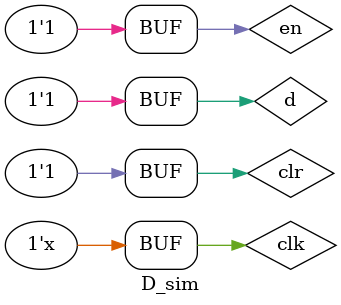
<source format=v>
`timescale 1ns/1ps

module D_sim();

	reg clk;
	reg clr;
	reg en;
	reg d;
	wire q;
	
	D test_D(.clk(clk),.clr(clr),.en(en),.d(d),.q(q));
	
	initial begin
		clk=1'b0;clr=1'b1;en=1'b0;d=1'b0;
		#10 clr=1'b0;en=1'b1;d=1'b1;
		#10 d=1'b0;
		#10 d=1'b1;
		#10 en=1'b0;d=1'b0;
		#5 en=1'b1;d=1'b1;
		#5 clr=1'b1;
	end
	
	always #5 clk=~clk;

endmodule
</source>
